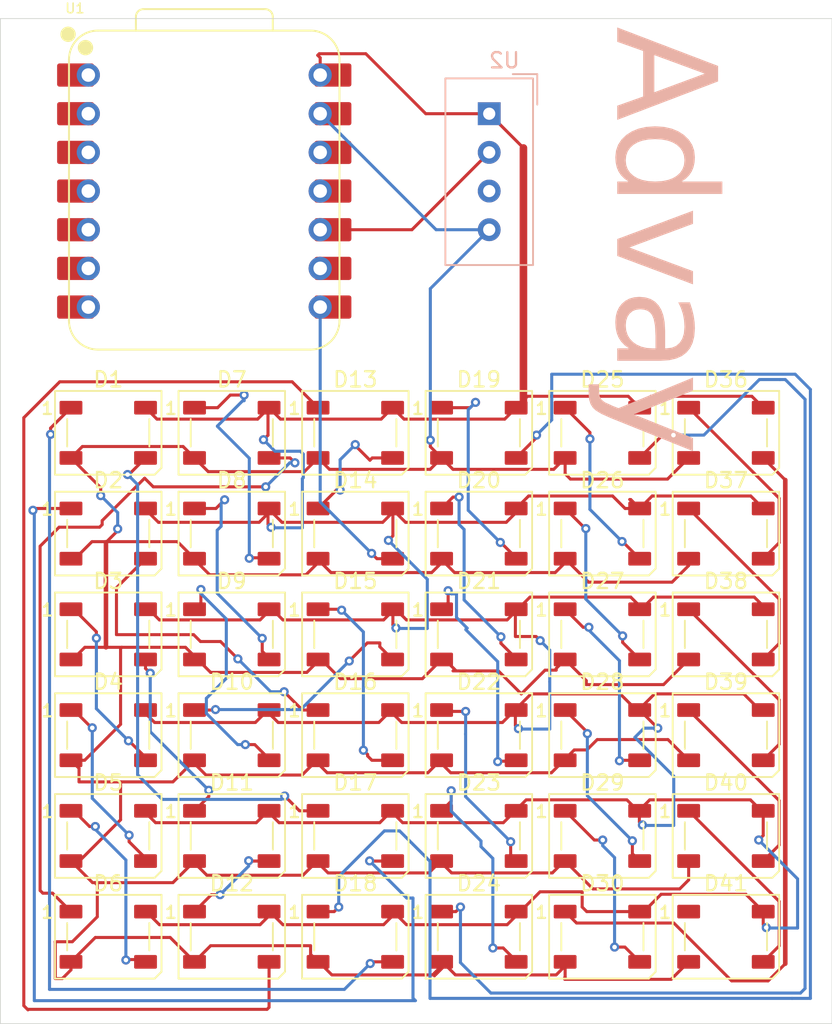
<source format=kicad_pcb>
(kicad_pcb (version 20240108) (generator "pcbnew") (generator_version "8.0")
  (layers (0 "F.Cu" signal) (31 "B.Cu" signal) (34 "B.Paste" user) (35 "F.Paste" user) (36 "B.SilkS" user "B.Silkscreen") (37 "F.SilkS" user "F.Silkscreen") (38 "B.Mask" user) (39 "F.Mask" user) (44 "Edge.Cuts" user))
  (net 0 "")
  (net 1 "Net-(D1-DOUT)")
  (net 2 "+5V")
  (net 3 "Net-(D1-DIN)")
  (net 4 "GND")
  (net 5 "Net-(D16-DOUT)")
  (net 6 "Net-(D17-DIN)")
  (net 7 "Net-(D11-DOUT)")
  (net 8 "Net-(D3-DOUT)")
  (net 9 "Net-(D4-DOUT)")
  (net 10 "Net-(D5-DOUT)")
  (net 11 "Net-(D6-DOUT)")
  (net 12 "Net-(D7-DOUT)")
  (net 13 "Net-(D8-DOUT)")
  (net 14 "Net-(D10-DIN)")
  (net 15 "Net-(D10-DOUT)")
  (net 16 "Net-(D11-DIN)")
  (net 17 "Net-(D12-DIN)")
  (net 18 "Net-(D13-DIN)")
  (net 19 "LEDPIN")
  (net 20 "Net-(D15-DOUT)")
  (net 21 "Net-(D18-DOUT)")
  (net 22 "Net-(D19-DOUT)")
  (net 23 "Net-(D20-DOUT)")
  (net 32 "Net-(U1-GPIO4{slash}MISO)")
  (net 36 "Net-(D21-DOUT)")
  (net 37 "Net-(D22-DOUT)")
  (net 38 "Net-(D23-DOUT)")
  (net 39 "Net-(D24-DOUT)")
  (net 40 "Net-(D25-DOUT)")
  (net 41 "Net-(D26-DOUT)")
  (net 42 "Net-(D27-DOUT)")
  (net 43 "Net-(D28-DOUT)")
  (net 44 "Net-(D29-DOUT)")
  (net 45 "Net-(D30-DOUT)")
  (net 46 "Net-(D36-DOUT)")
  (net 47 "Net-(D37-DOUT)")
  (net 48 "Net-(D38-DOUT)")
  (net 49 "Net-(D39-DOUT)")
  (net 50 "Net-(D40-DOUT)")
  (footprint "LED_SMD:LED_WS2812B_PLCC4_5.0x5.0mm_P3.2mm" (layer "F.Cu") (at 60.85 99.95)
    (property "Reference" "D6")
    (property "Value" "SK6812MINI")
  )
  (footprint "LED_SMD:LED_WS2812B_PLCC4_5.0x5.0mm_P3.2mm" (layer "F.Cu") (at 77.09 73.47)
    (property "Reference" "D14")
    (property "Value" "SK6812MINI")
  )
  (footprint "LED_SMD:LED_WS2812B_PLCC4_5.0x5.0mm_P3.2mm" (layer "F.Cu") (at 85.21 93.33)
    (property "Reference" "D23")
    (property "Value" "SK6812MINI")
  )
  (footprint "LED_SMD:LED_WS2812B_PLCC4_5.0x5.0mm_P3.2mm" (layer "F.Cu") (at 93.33 99.95)
    (property "Reference" "D30")
    (property "Value" "SK6812MINI")
  )
  (footprint "LED_SMD:LED_WS2812B_PLCC4_5.0x5.0mm_P3.2mm" (layer "F.Cu") (at 93.33 93.33)
    (property "Reference" "D29")
    (property "Value" "SK6812MINI")
  )
  (footprint "LED_SMD:LED_WS2812B_PLCC4_5.0x5.0mm_P3.2mm" (layer "F.Cu") (at 85.21 66.85)
    (property "Reference" "D19")
    (property "Value" "SK6812MINI")
  )
  (footprint "LED_SMD:LED_WS2812B_PLCC4_5.0x5.0mm_P3.2mm" (layer "F.Cu") (at 68.97 66.85)
    (property "Reference" "D7")
    (property "Value" "SK6812MINI")
  )
  (footprint "LED_SMD:LED_WS2812B_PLCC4_5.0x5.0mm_P3.2mm" (layer "F.Cu") (at 101.45 99.95)
    (property "Reference" "D41")
    (property "Value" "SK6812MINI")
  )
  (footprint "LED_SMD:LED_WS2812B_PLCC4_5.0x5.0mm_P3.2mm" (layer "F.Cu") (at 101.45 86.71)
    (property "Reference" "D39")
    (property "Value" "SK6812MINI")
  )
  (footprint "LED_SMD:LED_WS2812B_PLCC4_5.0x5.0mm_P3.2mm" (layer "F.Cu") (at 68.97 80.09)
    (property "Reference" "D9")
    (property "Value" "SK6812MINI")
  )
  (footprint "LED_SMD:LED_WS2812B_PLCC4_5.0x5.0mm_P3.2mm" (layer "F.Cu") (at 77.09 66.85)
    (property "Reference" "D13")
    (property "Value" "SK6812MINI")
  )
  (footprint "LED_SMD:LED_WS2812B_PLCC4_5.0x5.0mm_P3.2mm" (layer "F.Cu") (at 77.09 86.71)
    (property "Reference" "D16")
    (property "Value" "SK6812MINI")
  )
  (footprint "LED_SMD:LED_WS2812B_PLCC4_5.0x5.0mm_P3.2mm" (layer "F.Cu") (at 60.85 93.33)
    (property "Reference" "D5")
    (property "Value" "SK6812MINI")
  )
  (footprint "LED_SMD:LED_WS2812B_PLCC4_5.0x5.0mm_P3.2mm" (layer "F.Cu") (at 77.09 99.95)
    (property "Reference" "D18")
    (property "Value" "SK6812MINI")
  )
  (footprint "LED_SMD:LED_WS2812B_PLCC4_5.0x5.0mm_P3.2mm" (layer "F.Cu") (at 93.33 80.09)
    (property "Reference" "D27")
    (property "Value" "SK6812MINI")
  )
  (footprint "LED_SMD:LED_WS2812B_PLCC4_5.0x5.0mm_P3.2mm" (layer "F.Cu") (at 101.45 80.09)
    (property "Reference" "D38")
    (property "Value" "SK6812MINI")
  )
  (footprint "LED_SMD:LED_WS2812B_PLCC4_5.0x5.0mm_P3.2mm" (layer "F.Cu") (at 85.21 80.09)
    (property "Reference" "D21")
    (property "Value" "SK6812MINI")
  )
  (footprint "LED_SMD:LED_WS2812B_PLCC4_5.0x5.0mm_P3.2mm" (layer "F.Cu") (at 101.45 66.85)
    (property "Reference" "D36")
    (property "Value" "SK6812MINI")
  )
  (footprint "Seeed Studio XIAO Series Library:XIAO-RP2040-DIP" (layer "F.Cu") (at 67.16 50.97)
    (property "Reference" "U1")
    (property "Value" "XIAO-RP2040-DIP")
  )
  (footprint "LED_SMD:LED_WS2812B_PLCC4_5.0x5.0mm_P3.2mm" (layer "F.Cu") (at 68.97 93.33)
    (property "Reference" "D11")
    (property "Value" "SK6812MINI")
  )
  (footprint "LED_SMD:LED_WS2812B_PLCC4_5.0x5.0mm_P3.2mm" (layer "F.Cu") (at 60.85 80.09)
    (property "Reference" "D3")
    (property "Value" "SK6812MINI")
  )
  (footprint "LED_SMD:LED_WS2812B_PLCC4_5.0x5.0mm_P3.2mm" (layer "F.Cu") (at 85.21 86.71)
    (property "Reference" "D22")
    (property "Value" "SK6812MINI")
  )
  (footprint "LED_SMD:LED_WS2812B_PLCC4_5.0x5.0mm_P3.2mm" (layer "F.Cu") (at 85.21 73.47)
    (property "Reference" "D20")
    (property "Value" "SK6812MINI")
  )
  (footprint "LED_SMD:LED_WS2812B_PLCC4_5.0x5.0mm_P3.2mm" (layer "F.Cu") (at 93.33 66.85)
    (property "Reference" "D25")
    (property "Value" "SK6812MINI")
  )
  (footprint "LED_SMD:LED_WS2812B_PLCC4_5.0x5.0mm_P3.2mm" (layer "F.Cu") (at 93.33 86.71)
    (property "Reference" "D28")
    (property "Value" "SK6812MINI")
  )
  (footprint "LED_SMD:LED_WS2812B_PLCC4_5.0x5.0mm_P3.2mm" (layer "F.Cu") (at 68.97 73.47)
    (property "Reference" "D8")
    (property "Value" "SK6812MINI")
  )
  (footprint "LED_SMD:LED_WS2812B_PLCC4_5.0x5.0mm_P3.2mm" (layer "F.Cu") (at 77.09 93.33)
    (property "Reference" "D17")
    (property "Value" "SK6812MINI")
  )
  (footprint "LED_SMD:LED_WS2812B_PLCC4_5.0x5.0mm_P3.2mm" (layer "F.Cu") (at 60.85 73.47)
    (property "Reference" "D2")
    (property "Value" "SK6812MINI")
  )
  (footprint "LED_SMD:LED_WS2812B_PLCC4_5.0x5.0mm_P3.2mm" (layer "F.Cu") (at 101.45 73.47)
    (property "Reference" "D37")
    (property "Value" "SK6812MINI")
  )
  (footprint "LED_SMD:LED_WS2812B_PLCC4_5.0x5.0mm_P3.2mm" (layer "F.Cu") (at 60.85 86.71)
    (property "Reference" "D4")
    (property "Value" "SK6812MINI")
  )
  (footprint "LED_SMD:LED_WS2812B_PLCC4_5.0x5.0mm_P3.2mm" (layer "F.Cu") (at 60.85 66.85)
    (property "Reference" "D1")
    (property "Value" "SK6812MINI")
  )
  (footprint "LED_SMD:LED_WS2812B_PLCC4_5.0x5.0mm_P3.2mm" (layer "F.Cu") (at 77.09 80.09)
    (property "Reference" "D15")
    (property "Value" "SK6812MINI")
  )
  (footprint "LED_SMD:LED_WS2812B_PLCC4_5.0x5.0mm_P3.2mm" (layer "F.Cu") (at 85.21 99.95)
    (property "Reference" "D24")
    (property "Value" "SK6812MINI")
  )
  (footprint "LED_SMD:LED_WS2812B_PLCC4_5.0x5.0mm_P3.2mm" (layer "F.Cu") (at 68.97 99.95)
    (property "Reference" "D12")
    (property "Value" "SK6812MINI")
  )
  (footprint "LED_SMD:LED_WS2812B_PLCC4_5.0x5.0mm_P3.2mm" (layer "F.Cu") (at 93.33 73.47)
    (property "Reference" "D26")
    (property "Value" "SK6812MINI")
  )
  (footprint "LED_SMD:LED_WS2812B_PLCC4_5.0x5.0mm_P3.2mm" (layer "F.Cu") (at 68.97 86.71)
    (property "Reference" "D10")
    (property "Value" "SK6812MINI")
  )
  (footprint "LED_SMD:LED_WS2812B_PLCC4_5.0x5.0mm_P3.2mm" (layer "F.Cu") (at 101.45 93.33)
    (property "Reference" "D40")
    (property "Value" "SK6812MINI")
  )
  (footprint "Sensor:Aosong_DHT11_5.5x12.0_P2.54mm" (layer "B.Cu") (at 85.89 45.89 180)
    (property "Reference" "U2")
    (property "Value" "DHT11")
  )
  (gr_rect (start 53.76 39.64) (end 108.42 105.66) (stroke (width 0.05)) (fill none) (layer "Edge.Cuts"))
  (gr_text "Advay" (at 93.2 40.15 270) (layer "B.SilkS") (effects (font (size 6.5 6.5)) (justify left bottom)))
  (segment (start 57.06 66.95) (end 57.06 66.54) (width 0.2) (layer "F.Cu") (net 1))
  (segment (start 57.06 66.54) (end 58.4 65.2) (width 0.2) (layer "F.Cu") (net 1))
  (segment (start 78.18 101.6) (end 78.07 101.71) (width 0.2) (layer "F.Cu") (net 1))
  (segment (start 79.54 101.6) (end 78.18 101.6) (width 0.2) (layer "F.Cu") (net 1))
  (via (at 57.06 66.95) (size 0.6) (drill 0.3) (layers "F.Cu" "B.Cu") (net 1))
  (via (at 78.07 101.71) (size 0.6) (drill 0.3) (layers "F.Cu" "B.Cu") (net 1))
  (segment (start 56.99 103.41) (end 56.99 67.02) (width 0.2) (layer "B.Cu") (net 1))
  (segment (start 56.99 67.02) (end 57.06 66.95) (width 0.2) (layer "B.Cu") (net 1))
  (segment (start 76.37 103.41) (end 56.99 103.41) (width 0.2) (layer "B.Cu") (net 1))
  (segment (start 78.07 101.71) (end 76.37 103.41) (width 0.2) (layer "B.Cu") (net 1))
  (segment (start 78.95 79.14) (end 72.33 79.14) (width 0.2) (layer "F.Cu") (net 2))
  (segment (start 92.3 98.3) (end 95.78 98.3) (width 0.2) (layer "F.Cu") (net 2))
  (segment (start 71.27 85.13) (end 72.02 85.88) (width 0.2) (layer "F.Cu") (net 2))
  (segment (start 88.14 64.72) (end 88.14 48.14) (width 0.5) (layer "F.Cu") (net 2))
  (segment (start 96.6 71) (end 103.08 71) (width 0.2) (layer "F.Cu") (net 2))
  (segment (start 103.06 90.96) (end 96.44 90.96) (width 0.2) (layer "F.Cu") (net 2))
  (segment (start 63.15 85.13) (end 63.9 85.88) (width 0.2) (layer "F.Cu") (net 2))
  (segment (start 87.57 91.71) (end 86.82 92.46) (width 0.2) (layer "F.Cu") (net 2))
  (segment (start 87.61 80.23) (end 88.97 80.23) (width 0.2) (layer "F.Cu") (net 2))
  (segment (start 64.05 65.95) (end 63.3 65.2) (width 0.2) (layer "F.Cu") (net 2))
  (segment (start 103.9 91.68) (end 103.9 93.3) (width 0.2) (layer "F.Cu") (net 2))
  (segment (start 71.35 72.86) (end 71.55 73.06) (width 0.2) (layer "F.Cu") (net 2))
  (segment (start 79.56 73.62) (end 79.265 73.915) (width 0.2) (layer "F.Cu") (net 2))
  (segment (start 87.61 86.08) (end 87.81 86.28) (width 0.2) (layer "F.Cu") (net 2))
  (segment (start 72.33 79.14) (end 71.58 78.39) (width 0.2) (layer "F.Cu") (net 2))
  (segment (start 70.83 99.16) (end 71.58 98.41) (width 0.2) (layer "F.Cu") (net 2))
  (segment (start 95.03 64.45) (end 88.41 64.45) (width 0.2) (layer "F.Cu") (net 2))
  (segment (start 79.7 98.41) (end 80.45 99.16) (width 0.2) (layer "F.Cu") (net 2))
  (segment (start 103.81 91.71) (end 103.06 90.96) (width 0.2) (layer "F.Cu") (net 2))
  (segment (start 94.94 90.96) (end 88.32 90.96) (width 0.2) (layer "F.Cu") (net 2))
  (segment (start 71.52 71.98) (end 70.77 72.73) (width 0.2) (layer "F.Cu") (net 2))
  (segment (start 71.58 98.41) (end 72.33 99.16) (width 0.2) (layer "F.Cu") (net 2))
  (segment (start 95.78 65.2) (end 95.03 64.45) (width 0.2) (layer "F.Cu") (net 2))
  (segment (start 94.5 84) (end 95.63 85.13) (width 0.2) (layer "F.Cu") (net 2))
  (segment (start 95.88 71.98) (end 95.13 71.23) (width 0.2) (layer "F.Cu") (net 2))
  (segment (start 88.14 48.14) (end 85.89 45.89) (width 0.2) (layer "F.Cu") (net 2))
  (segment (start 95.76 91.56) (end 95.76 92.41) (width 0.2) (layer "F.Cu") (net 2))
  (segment (start 103.9 65.2) (end 103.15 64.45) (width 0.2) (layer "F.Cu") (net 2))
  (segment (start 79.54 65.2) (end 78.79 65.95) (width 0.2) (layer "F.Cu") (net 2))
  (segment (start 79.64 71.98) (end 78.89 72.73) (width 0.2) (layer "F.Cu") (net 2))
  (segment (start 102.62 84) (end 103.75 85.13) (width 0.2) (layer "F.Cu") (net 2))
  (segment (start 88.64 84) (end 94.5 84) (width 0.2) (layer "F.Cu") (net 2))
  (segment (start 72.33 99.16) (end 78.95 99.16) (width 0.2) (layer "F.Cu") (net 2))
  (segment (start 74.72 41.95) (end 74.62 42.05) (width 0.2) (layer "F.Cu") (net 2))
  (segment (start 103.9 99.15) (end 104.1 99.35) (width 0.2) (layer "F.Cu") (net 2))
  (segment (start 64.21 79.14) (end 63.46 78.39) (width 0.2) (layer "F.Cu") (net 2))
  (segment (start 80.45 79.14) (end 79.7 78.39) (width 0.2) (layer "F.Cu") (net 2))
  (segment (start 102.76 97.16) (end 103.9 98.3) (width 0.2) (layer "F.Cu") (net 2))
  (segment (start 78.95 99.16) (end 79.7 98.41) (width 0.2) (layer "F.Cu") (net 2))
  (segment (start 80.39 72.73) (end 79.64 71.98) (width 0.2) (layer "F.Cu") (net 2))
  (segment (start 80.29 65.95) (end 79.54 65.2) (width 0.2) (layer "F.Cu") (net 2))
  (segment (start 70.58 92.46) (end 63.96 92.46) (width 0.2) (layer "F.Cu") (net 2))
  (segment (start 88.14 64.72) (end 87.66 65.2) (width 0.2) (layer "F.Cu") (net 2))
  (segment (start 95.78 71.82) (end 94.82 71.82) (width 0.2) (layer "F.Cu") (net 2))
  (segment (start 95.69 91.71) (end 94.94 90.96) (width 0.2) (layer "F.Cu") (net 2))
  (segment (start 79.7 78.39) (end 78.95 79.14) (width 0.2) (layer "F.Cu") (net 2))
  (segment (start 80.2 92.46) (end 79.45 91.71) (width 0.2) (layer "F.Cu") (net 2))
  (segment (start 94.82 71.82) (end 94 71) (width 0.2) (layer "F.Cu") (net 2))
  (segment (start 71.42 65.2) (end 70.67 65.95) (width 0.2) (layer "F.Cu") (net 2))
  (segment (start 96.53 64.45) (end 95.78 65.2) (width 0.2) (layer "F.Cu") (net 2))
  (segment (start 70.77 72.73) (end 64.15 72.73) (width 0.2) (layer "F.Cu") (net 2))
  (segment (start 97.19 97.16) (end 102.76 97.16) (width 0.2) (layer "F.Cu") (net 2))
  (segment (start 71.35 65.39) (end 71.35 67.01) (width 0.2) (layer "F.Cu") (net 2))
  (segment (start 71.35 67.01) (end 71.055 67.305) (width 0.2) (layer "F.Cu") (net 2))
  (segment (start 95.76 92.41) (end 95.96 92.61) (width 0.2) (layer "F.Cu") (net 2))
  (segment (start 103.9 93.3) (end 103.605 93.595) (width 0.2) (layer "F.Cu") (net 2))
  (segment (start 78.7 92.46) (end 72.08 92.46) (width 0.2) (layer "F.Cu") (net 2))
  (segment (start 103.15 64.45) (end 96.53 64.45) (width 0.2) (layer "F.Cu") (net 2))
  (segment (start 70.67 65.95) (end 64.05 65.95) (width 0.2) (layer "F.Cu") (net 2))
  (segment (start 87.61 78.61) (end 87.61 80.23) (width 0.2) (layer "F.Cu") (net 2))
  (segment (start 88.32 90.96) (end 87.57 91.71) (width 0.2) (layer "F.Cu") (net 2))
  (segment (start 92 98) (end 92.3 98.3) (width 0.2) (layer "F.Cu") (net 2))
  (segment (start 104.06 78.39) (end 103.31 77.64) (width 0.2) (layer "F.Cu") (net 2))
  (segment (start 77.78 41.95) (end 74.72 41.95) (width 0.2) (layer "F.Cu") (net 2))
  (segment (start 87.76 71.98) (end 87.01 72.73) (width 0.2) (layer "F.Cu") (net 2))
  (segment (start 95.94 78.39) (end 95.19 77.64) (width 0.2) (layer "F.Cu") (net 2))
  (segment (start 63.9 85.88) (end 70.52 85.88) (width 0.2) (layer "F.Cu") (net 2))
  (segment (start 80.14 85.88) (end 86.76 85.88) (width 0.2) (layer "F.Cu") (net 2))
  (segment (start 70.83 79.14) (end 64.21 79.14) (width 0.2) (layer "F.Cu") (net 2))
  (segment (start 86.76 85.88) (end 88.64 84) (width 0.2) (layer "F.Cu") (net 2))
  (segment (start 70.52 85.88) (end 71.27 85.13) (width 0.2) (layer "F.Cu") (net 2))
  (segment (start 95.19 77.64) (end 88.57 77.64) (width 0.2) (layer "F.Cu") (net 2))
  (segment (start 95.78 71.82) (end 96.6 71) (width 0.2) (layer "F.Cu") (net 2))
  (segment (start 79.56 72) (end 79.56 73.62) (width 0.2) (layer "F.Cu") (net 2))
  (segment (start 87.07 99.16) (end 89.23 97) (width 0.2) (layer "F.Cu") (net 2))
  (segment (start 87.07 79.14) (end 80.45 79.14) (width 0.2) (layer "F.Cu") (net 2))
  (segment (start 96.76 84) (end 102.62 84) (width 0.2) (layer "F.Cu") (net 2))
  (segment (start 87.82 78.39) (end 87.07 79.14) (width 0.2) (layer "F.Cu") (net 2))
  (segment (start 95.19 71.23) (end 95.13 71.23) (width 0.2) (layer "F.Cu") (net 2))
  (segment (start 79.39 85.13) (end 80.14 85.88) (width 0.2) (layer "F.Cu") (net 2))
  (segment (start 87.01 72.73) (end 80.39 72.73) (width 0.2) (layer "F.Cu") (net 2))
  (segment (start 72.08 92.46) (end 71.33 91.71) (width 0.2) (layer "F.Cu") (net 2))
  (segment (start 88.41 64.45) (end 88.14 64.72) (width 0.2) (layer "F.Cu") (net 2))
  (segment (start 63.96 92.46) (end 63.21 91.71) (width 0.2) (layer "F.Cu") (net 2))
  (segment (start 87.61 85.23) (end 87.61 86.08) (width 0.2) (layer "F.Cu") (net 2))
  (segment (start 88.57 77.64) (end 87.82 78.39) (width 0.2) (layer "F.Cu") (net 2))
  (segment (start 78.89 72.73) (end 72.27 72.73) (width 0.2) (layer "F.Cu") (net 2))
  (segment (start 78.64 85.88) (end 79.39 85.13) (width 0.2) (layer "F.Cu") (net 2))
  (segment (start 71.58 78.39) (end 70.83 79.14) (width 0.2) (layer "F.Cu") (net 2))
  (segment (start 103.31 77.64) (end 96.69 77.64) (width 0.2) (layer "F.Cu") (net 2))
  (segment (start 94 71) (end 88.48 71) (width 0.2) (layer "F.Cu") (net 2))
  (segment (start 81.72 45.89) (end 77.78 41.95) (width 0.2) (layer "F.Cu") (net 2))
  (segment (start 95.78 71.82) (end 95.19 71.23) (width 0.2) (layer "F.Cu") (net 2))
  (segment (start 86.91 65.95) (end 80.29 65.95) (width 0.2) (layer "F.Cu") (net 2))
  (segment (start 80.45 99.16) (end 87.07 99.16) (width 0.2) (layer "F.Cu") (net 2))
  (segment (start 74.62 42.05) (end 74.78 42.21) (width 0.2) (layer "F.Cu") (net 2))
  (segment (start 72.17 65.95) (end 71.42 65.2) (width 0.2) (layer "F.Cu") (net 2))
  (segment (start 71.35 72.01) (end 71.35 72.86) (width 0.2) (layer "F.Cu") (net 2))
  (segment (start 92 97) (end 92 98) (width 0.2) (layer "F.Cu") (net 2))
  (segment (start 95.63 85.13) (end 96.76 84) (width 0.2) (layer "F.Cu") (net 2))
  (segment (start 79.45 91.71) (end 78.7 92.46) (width 0.2) (layer "F.Cu") (net 2))
  (segment (start 96.44 90.96) (end 95.69 91.71) (width 0.2) (layer "F.Cu") (net 2))
  (segment (start 74.78 42.21) (end 74.78 43.35) (width 0.2) (layer "F.Cu") (net 2))
  (segment (start 103.08 71) (end 103.9 71.82) (width 0.2) (layer "F.Cu") (net 2))
  (segment (start 88.97 80.23) (end 89.24 80.5) (width 0.2) (layer "F.Cu") (net 2))
  (segment (start 63.46 98.41) (end 64.21 99.16) (width 0.2) (layer "F.Cu") (net 2))
  (segment (start 72.02 85.88) (end 78.64 85.88) (width 0.2) (layer "F.Cu") (net 2))
  (segment (start 72.27 72.73) (end 71.52 71.98) (width 0.2) (layer "F.Cu") (net 2))
  (segment (start 95.94 98.41) (end 97.19 97.16) (width 0.2) (layer "F.Cu") (net 2))
  (segment (start 86.82 92.46) (end 80.2 92.46) (width 0.2) (layer "F.Cu") (net 2))
  (segment (start 87.66 65.2) (end 86.91 65.95) (width 0.2) (layer "F.Cu") (net 2))
  (segment (start 96.69 77.64) (end 95.94 78.39) (width 0.2) (layer "F.Cu") (net 2))
  (segment (start 103.9 98.3) (end 103.9 99.15) (width 0.2) (layer "F.Cu") (net 2))
  (segment (start 71.33 91.71) (end 70.58 92.46) (width 0.2) (layer "F.Cu") (net 2))
  (segment (start 85.89 45.89) (end 81.72 45.89) (width 0.2) (layer "F.Cu") (net 2))
  (segment (start 79.56 79.47) (end 79.76 79.67) (width 0.2) (layer "F.Cu") (net 2))
  (segment (start 64.15 72.73) (end 63.4 71.98) (width 0.2) (layer "F.Cu") (net 2))
  (segment (start 78.79 65.95) (end 72.17 65.95) (width 0.2) (layer "F.Cu") (net 2))
  (segment (start 79.56 78.62) (end 79.56 79.47) (width 0.2) (layer "F.Cu") (net 2))
  (segment (start 64.21 99.16) (end 70.83 99.16) (width 0.2) (layer "F.Cu") (net 2))
  (segment (start 95.78 85.06) (end 96.97 86.25) (width 0.2) (layer "F.Cu") (net 2))
  (segment (start 89.23 97) (end 92 97) (width 0.2) (layer "F.Cu") (net 2))
  (segment (start 88.48 71) (end 87.66 71.82) (width 0.2) (layer "F.Cu") (net 2))
  (via (at 87.81 86.28) (size 0.6) (drill 0.3) (layers "F.Cu" "B.Cu") (net 2))
  (via (at 71.055 67.305) (size 0.6) (drill 0.3) (layers "F.Cu" "B.Cu") (net 2))
  (via (at 95.96 92.61) (size 0.6) (drill 0.3) (layers "F.Cu" "B.Cu") (net 2))
  (via (at 79.76 79.67) (size 0.6) (drill 0.3) (layers "F.Cu" "B.Cu") (net 2))
  (via (at 103.605 93.595) (size 0.6) (drill 0.3) (layers "F.Cu" "B.Cu") (net 2))
  (via (at 89.24 80.5) (size 0.6) (drill 0.3) (layers "F.Cu" "B.Cu") (net 2))
  (via (at 96.97 86.25) (size 0.6) (drill 0.3) (layers "F.Cu" "B.Cu") (net 2))
  (via (at 104.1 99.35) (size 0.6) (drill 0.3) (layers "F.Cu" "B.Cu") (net 2))
  (via (at 71.55 73.06) (size 0.6) (drill 0.3) (layers "F.Cu" "B.Cu") (net 2))
  (via (at 79.265 73.915) (size 0.6) (drill 0.3) (layers "F.Cu" "B.Cu") (net 2))
  (segment (start 98.02 92.64) (end 98.02 89.41) (width 0.2) (layer "B.Cu") (net 2))
  (segment (start 96.97 86.25) (end 97.02 86.25) (width 0.2) (layer "B.Cu") (net 2))
  (segment (start 71.81 68.06) (end 71.055 67.305) (width 0.2) (layer "B.Cu") (net 2))
  (segment (start 79.76 79.67) (end 79.79 79.7) (width 0.2) (layer "B.Cu") (net 2))
  (segment (start 89.87 83.2) (end 89.87 81.13) (width 0.2) (layer "B.Cu") (net 2))
  (segment (start 79.79 79.7) (end 81.82 79.7) (width 0.2) (layer "B.Cu") (net 2))
  (segment (start 73.48 68.06) (end 71.81 68.06) (width 0.2) (layer "B.Cu") (net 2))
  (segment (start 87.84 86.31) (end 89.87 86.31) (width 0.2) (layer "B.Cu") (net 2))
  (segment (start 96.07 86.25) (end 96.97 86.25) (width 0.2) (layer "B.Cu") (net 2))
  (segment (start 104.1 99.35) (end 104.13 99.38) (width 0.2) (layer "B.Cu") (net 2))
  (segment (start 106.16 96.15) (end 103.605 93.595) (width 0.2) (layer "B.Cu") (net 2))
  (segment (start 104.13 99.38) (end 106.16 99.38) (width 0.2) (layer "B.Cu") (net 2))
  (segment (start 95.99 92.64) (end 98.02 92.64) (width 0.2) (layer "B.Cu") (net 2))
  (segment (start 79.265 73.915) (end 79.24 73.89) (width 0.2) (layer "B.Cu") (net 2))
  (segment (start 103.605 93.595) (end 103.58 93.57) (width 0.2) (layer "B.Cu") (net 2))
  (segment (start 106.16 99.38) (end 106.16 96.15) (width 0.2) (layer "B.Cu") (net 2))
  (segment (start 95.96 92.61) (end 95.99 92.64) (width 0.2) (layer "B.Cu") (net 2))
  (segment (start 81.82 79.7) (end 81.82 76.47) (width 0.2) (layer "B.Cu") (net 2))
  (segment (start 71.55 73.06) (end 71.58 73.09) (width 0.2) (layer "B.Cu") (net 2))
  (segment (start 87.81 86.28) (end 87.84 86.31) (width 0.2) (layer "B.Cu") (net 2))
  (segment (start 73.67 69.8) (end 73.67 68.25) (width 0.2) (layer "B.Cu") (net 2))
  (segment (start 73.61 73.09) (end 73.61 69.86) (width 0.2) (layer "B.Cu") (net 2))
  (segment (start 95.465 86.855) (end 96.07 86.25) (width 0.2) (layer "B.Cu") (net 2))
  (segment (start 89.87 86.31) (end 89.87 83.2) (width 0.2) (layer "B.Cu") (net 2))
  (segment (start 98.02 89.41) (end 95.465 86.855) (width 0.2) (layer "B.Cu") (net 2))
  (segment (start 81.82 76.47) (end 79.265 73.915) (width 0.2) (layer "B.Cu") (net 2))
  (segment (start 89.87 81.13) (end 89.24 80.5) (width 0.2) (layer "B.Cu") (net 2))
  (segment (start 73.61 69.86) (end 73.67 69.8) (width 0.2) (layer "B.Cu") (net 2))
  (segment (start 71.055 67.305) (end 71.03 67.28) (width 0.2) (layer "B.Cu") (net 2))
  (segment (start 71.58 73.09) (end 73.61 73.09) (width 0.2) (layer "B.Cu") (net 2))
  (segment (start 73.67 68.25) (end 73.48 68.06) (width 0.2) (layer "B.Cu") (net 2))
  (segment (start 62.21 69.59) (end 62.12 69.59) (width 0.2) (layer "F.Cu") (net 3))
  (segment (start 74.64 91.68) (end 73.42 91.68) (width 0.2) (layer "F.Cu") (net 3))
  (segment (start 73.42 91.68) (end 72.45 90.71) (width 0.2) (layer "F.Cu") (net 3))
  (segment (start 63.3 68.5) (end 62.21 69.59) (width 0.2) (layer "F.Cu") (net 3))
  (via (at 72.45 90.71) (size 0.6) (drill 0.3) (layers "F.Cu" "B.Cu") (net 3))
  (via (at 62.12 69.59) (size 0.6) (drill 0.3) (layers "F.Cu" "B.Cu") (net 3))
  (segment (start 64.36 90.89) (end 64.4 90.93) (width 0.2) (layer "B.Cu") (net 3))
  (segment (start 62.78 70.25) (end 62.78 89.31) (width 0.2) (layer "B.Cu") (net 3))
  (segment (start 64.4 90.93) (end 72.23 90.93) (width 0.2) (layer "B.Cu") (net 3))
  (segment (start 62.78 89.31) (end 64.36 90.89) (width 0.2) (layer "B.Cu") (net 3))
  (segment (start 62.12 69.59) (end 62.78 70.25) (width 0.2) (layer "B.Cu") (net 3))
  (segment (start 72.23 90.93) (end 72.45 90.71) (width 0.2) (layer "B.Cu") (net 3))
  (segment (start 66.52 68.5) (end 67.42 69.4) (width 0.2) (layer "F.Cu") (net 4))
  (segment (start 61.66 86) (end 61.66 81.02) (width 0.2) (layer "F.Cu") (net 4))
  (segment (start 99 96.22) (end 99 94.98) (width 0.2) (layer "F.Cu") (net 4))
  (segment (start 58.49 100.28) (end 60.13 98.64) (width 0.2) (layer "F.Cu") (net 4))
  (segment (start 86.49 82.49) (end 88 84) (width 0.2) (layer "F.Cu") (net 4))
  (segment (start 66.62 75.28) (end 67.52 76.18) (width 0.2) (layer "F.Cu") (net 4))
  (segment (start 76.11 83) (end 81.5 83) (width 0.2) (layer "F.Cu") (net 4))
  (segment (start 61.47 73.28) (end 61.47 73.16) (width 0.2) (layer "F.Cu") (net 4))
  (segment (start 59.98 96.4) (end 59.82 96.4) (width 0.2) (layer "F.Cu") (net 4))
  (segment (start 82.01 69.25) (end 82.76 68.5) (width 0.2) (layer "F.Cu") (net 4))
  (segment (start 66.43 95.01) (end 67.33 95.91) (width 0.2) (layer "F.Cu") (net 4))
  (segment (start 91.48 87.68) (end 89.98 89.18) (width 0.2) (layer "F.Cu") (net 4))
  (segment (start 73.74 69.4) (end 74.64 68.5) (width 0.2) (layer "F.Cu") (net 4))
  (segment (start 90.88 75.12) (end 92.42 76.66) (width 0.2) (layer "F.Cu") (net 4))
  (segment (start 61.66 89.79) (end 61.67 89.78) (width 0.2) (layer "F.Cu") (net 4))
  (segment (start 65.93 80.94) (end 67.58 82.59) (width 0.2) (layer "F.Cu") (net 4))
  (segment (start 88 84) (end 89.56 82.44) (width 0.2) (layer "F.Cu") (net 4))
  (segment (start 82.29 102.52) (end 83.04 101.77) (width 0.2) (layer "F.Cu") (net 4))
  (segment (start 58.4 101.6) (end 60 100) (width 0.2) (layer "F.Cu") (net 4))
  (segment (start 60.13 98.64) (end 60.13 96.55) (width 0.2) (layer "F.Cu") (net 4))
  (segment (start 82.67 95.01) (end 83.42 95.76) (width 0.2) (layer "F.Cu") (net 4))
  (segment (start 61.66 92.27) (end 61.66 89.79) (width 0.2) (layer "F.Cu") (net 4))
  (segment (start 74.15 101.11) (end 74.64 101.6) (width 0.2) (layer "F.Cu") (net 4))
  (segment (start 89.56 82.44) (end 90.29 82.44) (width 0.2) (layer "F.Cu") (net 4))
  (segment (start 99 68.5) (end 97.61 69.89) (width 0.2) (layer "F.Cu") (net 4))
  (segment (start 65.1 89.78) (end 61.67 89.78) (width 0.2) (layer "F.Cu") (net 4))
  (segment (start 58.95 94.98) (end 61.66 92.27) (width 0.2) (layer "F.Cu") (net 4))
  (segment (start 60.7 74.05) (end 61.47 73.28) (width 0.2) (layer "F.Cu") (net 4))
  (segment (start 82.17 102.46) (end 82.92 101.71) (width 0.2) (layer "F.Cu") (net 4))
  (segment (start 82.92 81.69) (end 83.67 82.44) (width 0.2) (layer "F.Cu") (net 4))
  (segment (start 98.41 96.81) (end 99 96.22) (width 0.2) (layer "F.Cu") (net 4))
  (segment (start 73.65 95.91) (end 74.55 95.01) (width 0.2) (layer "F.Cu") (net 4))
  (segment (start 82.11 76.03) (end 82.86 75.28) (width 0.2) (layer "F.Cu") (net 4))
  (segment (start 61.66 81.02) (end 61.74 80.94) (width 0.2) (layer "F.Cu") (net 4))
  (segment (start 90.86 102.75) (end 90.86 102.62) (width 0.2) (layer "F.Cu") (net 4))
  (segment (start 82.92 101.71) (end 83.67 102.46) (width 0.2) (layer "F.Cu") (net 4))
  (segment (start 90.29 82.33) (end 90.29 82.44) (width 0.2) (layer "F.Cu") (net 4))
  (segment (start 81.92 95.76) (end 82.67 95.01) (width 0.2) (layer "F.Cu") (net 4))
  (segment (start 58.93 89.78) (end 58.93 88.89) (width 0.2) (layer "F.Cu") (net 4))
  (segment (start 73.9 82.59) (end 74.8 81.69) (width 0.2) (layer "F.Cu") (net 4))
  (segment (start 57.37 102.7) (end 57.37 100.29) (width 0.2) (layer "F.Cu") (net 4))
  (segment (start 67.52 76.18) (end 73.84 76.18) (width 0.2) (layer "F.Cu") (net 4))
  (segment (start 90.04 95.76) (end 90.79 95.01) (width 0.2) (layer "F.Cu") (net 4))
  (segment (start 58.4 102.13) (end 57.83 102.7) (width 0.2) (layer "F.Cu") (net 4))
  (segment (start 92.27 83.39) (end 97.35 83.39) (width 0.2) (layer "F.Cu") (net 4))
  (segment (start 60.355 70.455) (end 60.355 70.975) (width 0.2) (layer "F.Cu") (net 4))
  (segment (start 82.86 75.28) (end 83.61 76.03) (width 0.2) (layer "F.Cu") (net 4))
  (segment (start 97.91 76.66) (end 99 75.57) (width 0.2) (layer "F.Cu") (net 4))
  (segment (start 92.71 96.81) (end 98.41 96.81) (width 0.2) (layer "F.Cu") (net 4))
  (segment (start 75.24 89.18) (end 74.49 88.43) (width 0.2) (layer "F.Cu") (net 4))
  (segment (start 90.88 102.6) (end 90.88 101.6) (width 0.2) (layer "F.Cu") (net 4))
  (segment (start 83.51 82.49) (end 86.49 82.49) (width 0.2) (layer "F.Cu") (net 4))
  (segment (start 83.67 102.46) (end 90.29 102.46) (width 0.2) (layer "F.Cu") (net 4))
  (segment (start 97.35 83.39) (end 99 81.74) (width 0.2) (layer "F.Cu") (net 4))
  (segment (start 64.92 100) (end 66.52 101.6) (width 0.2) (layer "F.Cu") (net 4))
  (segment (start 67.33 95.91) (end 73.65 95.91) (width 0.2) (layer "F.Cu") (net 4))
  (segment (start 74.74 75.28) (end 75.49 76.03) (width 0.2) (layer "F.Cu") (net 4))
  (segment (start 59.82 96.4) (end 58.4 94.98) (width 0.2) (layer "F.Cu") (net 4))
  (segment (start 89.98 89.18) (end 83.36 89.18) (width 0.2) (layer "F.Cu") (net 4))
  (segment (start 81.5 83) (end 82.76 81.74) (width 0.2) (layer "F.Cu") (net 4))
  (segment (start 61.74 80.94) (end 65.93 80.94) (width 0.2) (layer "F.Cu") (net 4))
  (segment (start 75.49 76.03) (end 82.11 76.03) (width 0.2) (layer "F.Cu") (net 4))
  (segment (start 67.58 100.54) (end 74.15 100.54) (width 0.2) (layer "F.Cu") (net 4))
  (segment (start 92.989999 87) (end 92.309999 87.68) (width 0.2) (layer "F.Cu") (net 4))
  (segment (start 97.61 69.89) (end 91.23 69.89) (width 0.2) (layer "F.Cu") (net 4))
  (segment (start 75.55 102.46) (end 82.17 102.46) (width 0.2) (layer "F.Cu") (net 4))
  (segment (start 60.65 74) (end 65.4 74) (width 0.2) (layer "F.Cu") (net 4))
  (segment (start 82.76 68.5) (end 83.51 69.25) (width 0.2) (layer "F.Cu") (net 4))
  (segment (start 83.36 89.18) (end 82.61 88.43) (width 0.2) (layer "F.Cu") (net 4))
  (segment (start 60.7 74.05) (end 60.65 74) (width 0.2) (layer "F.Cu") (net 4))
  (segment (start 74.55 95.01) (end 75.3 95.76) (width 0.2) (layer "F.Cu") (net 4))
  (segment (start 82.02 67.76) (end 82.02 67.33) (width 0.2) (layer "F.Cu") (net 4))
  (segment (start 91.23 69.89) (end 90.88 69.54) (width 0.2) (layer "F.Cu") (net 4))
  (segment (start 90.86 102.62) (end 90.88 102.6) (width 0.2) (layer "F.Cu") (net 4))
  (segment (start 92.309999 87.68) (end 91.48 87.68) (width 0.2) (layer "F.Cu") (net 4))
  (segment (start 58.4 68.5) (end 59.15 67.75) (width 0.2) (layer "F.Cu") (net 4))
  (segment (start 65.77 67.75) (end 66.52 68.5) (width 0.2) (layer "F.Cu") (net 4))
  (segment (start 58.56 81.69) (end 59.31 80.94) (width 0.2) (layer "F.Cu") (net 4))
  (segment (start 74.8 81.69) (end 76.11 83) (width 0.2) (layer "F.Cu") (net 4))
  (segment (start 90.88 69.54) (end 90.88 68.5) (width 0.2) (layer "F.Cu") (net 4))
  (segment (start 74.64 68.5) (end 75.39 69.25) (width 0.2) (layer "F.Cu") (net 4))
  (segment (start 67.42 69.4) (end 73.74 69.4) (width 0.2) (layer "F.Cu") (net 4))
  (segment (start 59.3 88.36) (end 61.66 86) (width 0.2) (layer "F.Cu") (net 4))
  (segment (start 58.93 88.89) (end 58.4 88.36) (width 0.2) (layer "F.Cu") (net 4))
  (segment (start 92.42 76.66) (end 97.91 76.66) (width 0.2) (layer "F.Cu") (net 4))
  (segment (start 74.15 100.54) (end 74.15 101.11) (width 0.2) (layer "F.Cu") (net 4))
  (segment (start 90.29 102.46) (end 91.04 101.71) (width 0.2) (layer "F.Cu") (net 4))
  (segment (start 60.7 80.94) (end 60.7 74.05) (width 0.3) (layer "F.Cu") (net 4))
  (segment (start 99 88.36) (end 97.64 87) (width 0.2) (layer "F.Cu") (net 4))
  (segment (start 90.88 81.74) (end 92.27 83.13) (width 0.2) (layer "F.Cu") (net 4))
  (segment (start 75.3 95.76) (end 81.92 95.76) (width 0.2) (layer "F.Cu") (net 4))
  (segment (start 97.64 87) (end 92.989999 87) (width 0.2) (layer "F.Cu") (net 4))
  (segment (start 66.52 94.98) (end 65.1 96.4) (width 0.2) (layer "F.Cu") (net 4))
  (segment (start 65.4 74) (end 66.52 75.12) (width 0.2) (layer "F.Cu") (net 4))
  (segment (start 90.88 81.74) (end 90.29 82.33) (width 0.2) (layer "F.Cu") (net 4))
  (segment (start 92.27 83.13) (end 92.27 83.39) (width 0.2) (layer "F.Cu") (net 4))
  (segment (start 97.85 102.75) (end 90.86 102.75) (width 0.2) (layer "F.Cu") (net 4))
  (segment (start 58.4 88.36) (end 59.3 88.36) (width 0.2) (layer "F.Cu") (net 4))
  (segment (start 83.42 95.76) (end 90.04 95.76) (width 0.2) (layer "F.Cu") (net 4))
  (segment (start 73.84 76.18) (end 74.74 75.28) (width 0.2) (layer "F.Cu") (net 4))
  (segment (start 60 100) (end 64.92 100) (width 0.2) (layer "F.Cu") (net 4))
  (segment (start 59.78 74) (end 60.65 74) (width 0.2) (layer "F.Cu") (net 4))
  (segment (start 99 101.6) (end 97.85 102.75) (width 0.2) (layer "F.Cu") (net 4))
  (segment (start 90.23 76.03) (end 90.98 75.28) (width 0.2) (layer "F.Cu") (net 4))
  (segment (start 81.86 89.18) (end 75.24 89.18) (width 0.2) (layer "F.Cu") (net 4))
  (segment (start 90.13 69.25) (end 90.88 68.5) (width 0.2) (layer "F.Cu") (net 4))
  (segment (start 83.61 76.03) (end 90.23 76.03) (width 0.2) (layer "F.Cu") (net 4))
  (segment (start 67.27 89.33) (end 66.37 88.43) (width 0.2) (layer "F.Cu") (net 4))
  (segment (start 59.31 80.94) (end 60.7 80.94) (width 0.2) (layer "F.Cu") (net 4))
  (segment (start 65.1 96.4) (end 59.98 96.4) (width 0.2) (layer "F.Cu") (net 4))
  (segment (start 67.58 82.59) (end 73.9 82.59) (width 0.2) (layer "F.Cu") (net 4))
  (segment (start 57.36 100.28) (end 58.49 100.28) (width 0.2) (layer "F.Cu") (net 4))
  (segment (start 82.61 88.43) (end 81.86 89.18) (width 0.2) (layer "F.Cu") (net 4))
  (segment (start 73.59 89.33) (end 67.27 89.33) (width 0.2) (layer "F.Cu") (net 4))
  (segment (start 58.4 94.98) (end 58.95 94.98) (width 0.2) (layer "F.Cu") (net 4))
  (segment (start 74.49 88.43) (end 73.59 89.33) (width 0.2) (layer "F.Cu") (net 4))
  (segment (start 60.13 96.55) (end 59.98 96.4) (width 0.2) (layer "F.Cu") (net 4))
  (segment (start 57.83 102.7) (end 57.37 102.7) (width 0.2) (layer "F.Cu") (net 4))
  (segment (start 57.37 100.29) (end 57.36 100.28) (width 0.2) (layer "F.Cu") (net 4))
  (segment (start 83.51 69.25) (end 90.13 69.25) (width 0.2) (layer "F.Cu") (net 4))
  (segment (start 60.7 80.94) (end 61.74 80.94) (width 0.2) (layer "F.Cu") (net 4))
  (segment (start 58.5 75.28) (end 59.78 74) (width 0.2) (layer "F.Cu") (net 4))
  (segment (start 58.4 68.5) (end 60.355 70.455) (width 0.2) (layer "F.Cu") (net 4))
  (segment (start 66.52 101.6) (end 67.58 100.54) (width 0.2) (layer "F.Cu") (net 4))
  (segment (start 90.88 94.98) (end 92.71 96.81) (width 0.2) (layer "F.Cu") (net 4))
  (segment (start 74.8 101.71) (end 75.55 102.46) (width 0.2) (layer "F.Cu") (net 4))
  (segment (start 99 75.57) (end 99 75.12) (width 0.2) (layer "F.Cu") (net 4))
  (segment (start 61.67 89.78) (end 58.93 89.78) (width 0.2) (layer "F.Cu") (net 4))
  (segment (start 82.76 68.5) (end 82.02 67.76) (width 0.2) (layer "F.Cu") (net 4))
  (segment (start 59.15 67.75) (end 65.77 67.75) (width 0.2) (layer "F.Cu") (net 4))
  (segment (start 75.39 69.25) (end 82.01 69.25) (width 0.2) (layer "F.Cu") (net 4))
  (segment (start 66.52 88.36) (end 65.1 89.78) (width 0.2) (layer "F.Cu") (net 4))
  (segment (start 58.4 101.6) (end 58.4 102.13) (width 0.2) (layer "F.Cu") (net 4))
  (via (at 60.355 70.975) (size 0.6) (drill 0.3) (layers "F.Cu" "B.Cu") (net 4))
  (via (at 82.02 67.33) (size 0.6) (drill 0.3) (layers "F.Cu" "B.Cu") (net 4))
  (via (at 61.47 73.16) (size 0.6) (drill 0.3) (layers "F.Cu" "B.Cu") (net 4))
  (segment (start 60.355 70.975) (end 60.32 70.94) (width 0.2) (layer "B.Cu") (net 4))
  (segment (start 82.02 57.38) (end 85.89 53.51) (width 0.2) (layer "B.Cu") (net 4))
  (segment (start 61.47 72.09) (end 60.355 70.975) (width 0.2) (layer "B.Cu") (net 4))
  (segment (start 85.89 53.51) (end 82.4 53.51) (width 0.2) (layer "B.Cu") (net 4))
  (segment (start 82.4 53.51) (end 74.78 45.89) (width 0.2) (layer "B.Cu") (net 4))
  (segment (start 82.02 67.33) (end 82.02 57.38) (width 0.2) (layer "B.Cu") (net 4))
  (segment (start 61.47 73.16) (end 61.47 72.09) (width 0.2) (layer "B.Cu") (net 4))
  (segment (start 63.3 75.12) (end 61.39 77.03) (width 0.2) (layer "F.Cu") (net 5))
  (segment (start 68.23 80.56) (end 69.37 81.7) (width 0.2) (layer "F.Cu") (net 5))
  (segment (start 61.39 80.11) (end 66.464036 80.11) (width 0.2) (layer "F.Cu") (net 5))
  (segment (start 61.39 77.03) (end 61.39 80.11) (width 0.2) (layer "F.Cu") (net 5))
  (segment (start 66.914036 80.56) (end 68.23 80.56) (width 0.2) (layer "F.Cu") (net 5))
  (segment (start 66.464036 80.11) (end 66.914036 80.56) (width 0.2) (layer "F.Cu") (net 5))
  (segment (start 72.41 83.86) (end 73.61 85.06) (width 0.2) (layer "F.Cu") (net 5))
  (segment (start 73.61 85.06) (end 74.64 85.06) (width 0.2) (layer "F.Cu") (net 5))
  (via (at 69.37 81.7) (size 0.6) (drill 0.3) (layers "F.Cu" "B.Cu") (net 5))
  (via (at 72.41 83.86) (size 0.6) (drill 0.3) (layers "F.Cu" "B.Cu") (net 5))
  (segment (start 69.37 81.7) (end 71.53 83.86) (width 0.2) (layer "B.Cu") (net 5))
  (segment (start 71.53 83.86) (end 72.41 83.86) (width 0.2) (layer "B.Cu") (net 5))
  (segment (start 79.54 94.98) (end 78.04 94.98) (width 0.2) (layer "F.Cu") (net 6))
  (segment (start 78.04 94.98) (end 78.03 94.97) (width 0.2) (layer "F.Cu") (net 6))
  (segment (start 56.02 71.82) (end 58.4 71.82) (width 0.2) (layer "F.Cu") (net 6))
  (segment (start 55.9 71.94) (end 56.02 71.82) (width 0.2) (layer "F.Cu") (net 6))
  (via (at 55.9 71.94) (size 0.6) (drill 0.3) (layers "F.Cu" "B.Cu") (net 6))
  (via (at 78.03 94.97) (size 0.6) (drill 0.3) (layers "F.Cu" "B.Cu") (net 6))
  (segment (start 81.04 104.15) (end 55.99 104.15) (width 0.2) (layer "B.Cu") (net 6))
  (segment (start 80.88 97.41) (end 80.88 103.99) (width 0.2) (layer "B.Cu") (net 6))
  (segment (start 55.99 104.15) (end 55.99 72.03) (width 0.2) (layer "B.Cu") (net 6))
  (segment (start 55.99 72.03) (end 55.9 71.94) (width 0.2) (layer "B.Cu") (net 6))
  (segment (start 78.03 94.97) (end 80.47 97.41) (width 0.2) (layer "B.Cu") (net 6))
  (segment (start 80.47 97.41) (end 80.88 97.41) (width 0.2) (layer "B.Cu") (net 6))
  (segment (start 80.88 103.99) (end 81.04 104.15) (width 0.2) (layer "B.Cu") (net 6))
  (segment (start 67.46 90.33) (end 67.46 90.74) (width 0.2) (layer "F.Cu") (net 7))
  (segment (start 63.3 82.33) (end 63.61 82.64) (width 0.2) (layer "F.Cu") (net 7))
  (segment (start 67.46 90.74) (end 66.52 91.68) (width 0.2) (layer "F.Cu") (net 7))
  (segment (start 63.3 81.74) (end 63.3 82.33) (width 0.2) (layer "F.Cu") (net 7))
  (via (at 67.46 90.33) (size 0.6) (drill 0.3) (layers "F.Cu" "B.Cu") (net 7))
  (via (at 63.61 82.64) (size 0.6) (drill 0.3) (layers "F.Cu" "B.Cu") (net 7))
  (segment (start 63.61 82.64) (end 63.61 86.48) (width 0.2) (layer "B.Cu") (net 7))
  (segment (start 63.61 86.48) (end 67.46 90.33) (width 0.2) (layer "B.Cu") (net 7))
  (segment (start 62.21 87.08) (end 62.18 87.08) (width 0.2) (layer "F.Cu") (net 8))
  (segment (start 63.34 88.21) (end 62.21 87.08) (width 0.2) (layer "F.Cu") (net 8))
  (segment (start 58.44 78.29) (end 60.07 79.92) (width 0.2) (layer "F.Cu") (net 8))
  (segment (start 60.07 79.92) (end 60.07 80.34) (width 0.2) (layer "F.Cu") (net 8))
  (via (at 60.07 80.34) (size 0.6) (drill 0.3) (layers "F.Cu" "B.Cu") (net 8))
  (via (at 62.18 87.08) (size 0.6) (drill 0.3) (layers "F.Cu" "B.Cu") (net 8))
  (segment (start 62.18 87.08) (end 60.07 84.97) (width 0.2) (layer "B.Cu") (net 8))
  (segment (start 60.07 84.97) (end 60.07 80.34) (width 0.2) (layer "B.Cu") (net 8))
  (segment (start 59.8 86.23) (end 59.76 86.23) (width 0.2) (layer "F.Cu") (net 9))
  (segment (start 59.76 86.23) (end 58.44 84.91) (width 0.2) (layer "F.Cu") (net 9))
  (segment (start 63.34 94.83) (end 62.22 93.71) (width 0.2) (layer "F.Cu") (net 9))
  (segment (start 62.22 93.71) (end 62.22 93.28) (width 0.2) (layer "F.Cu") (net 9))
  (via (at 62.22 93.28) (size 0.6) (drill 0.3) (layers "F.Cu" "B.Cu") (net 9))
  (via (at 59.8 86.23) (size 0.6) (drill 0.3) (layers "F.Cu" "B.Cu") (net 9))
  (segment (start 62.22 93.28) (end 59.8 90.86) (width 0.2) (layer "B.Cu") (net 9))
  (segment (start 59.8 90.86) (end 59.8 86.23) (width 0.2) (layer "B.Cu") (net 9))
  (segment (start 59.62 92.71) (end 58.44 91.53) (width 0.2) (layer "F.Cu") (net 10))
  (segment (start 62.04 101.45) (end 62.01 101.48) (width 0.2) (layer "F.Cu") (net 10))
  (segment (start 60 92.71) (end 59.62 92.71) (width 0.2) (layer "F.Cu") (net 10))
  (segment (start 63.34 101.45) (end 62.04 101.45) (width 0.2) (layer "F.Cu") (net 10))
  (via (at 62.01 101.48) (size 0.6) (drill 0.3) (layers "F.Cu" "B.Cu") (net 10))
  (via (at 60 92.71) (size 0.6) (drill 0.3) (layers "F.Cu" "B.Cu") (net 10))
  (segment (start 59.92 92.82) (end 59.92 92.79) (width 0.2) (layer "B.Cu") (net 10))
  (segment (start 62.01 94.91) (end 59.92 92.82) (width 0.2) (layer "B.Cu") (net 10))
  (segment (start 62.01 101.48) (end 62.01 94.91) (width 0.2) (layer "B.Cu") (net 10))
  (segment (start 59.92 92.79) (end 60 92.71) (width 0.2) (layer "B.Cu") (net 10))
  (segment (start 57.62 73.05) (end 60.28 73.05) (width 0.2) (layer "F.Cu") (net 11))
  (segment (start 63.81 70.4) (end 71.2 70.4) (width 0.2) (layer "F.Cu") (net 11))
  (segment (start 56.55 97.09) (end 56.37 96.91) (width 0.2) (layer "F.Cu") (net 11))
  (segment (start 56.37 74.3) (end 57.62 73.05) (width 0.2) (layer "F.Cu") (net 11))
  (segment (start 57.19 97.09) (end 56.55 97.09) (width 0.2) (layer "F.Cu") (net 11))
  (segment (start 60.45 72.88) (end 60.45 72.62) (width 0.2) (layer "F.Cu") (net 11))
  (segment (start 60.45 72.62) (end 63.24 69.83) (width 0.2) (layer "F.Cu") (net 11))
  (segment (start 63.24 69.83) (end 63.81 70.4) (width 0.2) (layer "F.Cu") (net 11))
  (segment (start 58.4 98.3) (end 57.19 97.09) (width 0.2) (layer "F.Cu") (net 11))
  (segment (start 60.28 73.05) (end 60.45 72.88) (width 0.2) (layer "F.Cu") (net 11))
  (segment (start 71.2 70.4) (end 71.26 70.4) (width 0.2) (layer "F.Cu") (net 11))
  (segment (start 71.42 68.5) (end 72.8 68.5) (width 0.2) (layer "F.Cu") (net 11))
  (segment (start 56.37 96.91) (end 56.37 74.3) (width 0.2) (layer "F.Cu") (net 11))
  (segment (start 72.8 68.5) (end 73.12 68.82) (width 0.2) (layer "F.Cu") (net 11))
  (via (at 73.12 68.82) (size 0.6) (drill 0.3) (layers "F.Cu" "B.Cu") (net 11))
  (via (at 71.2 70.4) (size 0.6) (drill 0.3) (layers "F.Cu" "B.Cu") (net 11))
  (segment (start 71.2 70.4) (end 72.78 68.82) (width 0.2) (layer "B.Cu") (net 11))
  (segment (start 72.78 68.82) (end 73.12 68.82) (width 0.2) (layer "B.Cu") (net 11))
  (segment (start 70.15 75.06) (end 70.12 75.09) (width 0.2) (layer "F.Cu") (net 12))
  (segment (start 68.87 64.37) (end 69.78 64.37) (width 0.2) (layer "F.Cu") (net 12))
  (segment (start 66.52 65.2) (end 68.04 65.2) (width 0.2) (layer "F.Cu") (net 12))
  (segment (start 71.45 75.06) (end 70.15 75.06) (width 0.2) (layer "F.Cu") (net 12))
  (segment (start 68.04 65.2) (end 68.87 64.37) (width 0.2) (layer "F.Cu") (net 12))
  (via (at 70.12 75.09) (size 0.6) (drill 0.3) (layers "F.Cu" "B.Cu") (net 12))
  (via (at 69.78 64.37) (size 0.6) (drill 0.3) (layers "F.Cu" "B.Cu") (net 12))
  (segment (start 68.03 66.43) (end 68.03 66.4) (width 0.2) (layer "B.Cu") (net 12))
  (segment (start 69.69 64.74) (end 69.78 64.74) (width 0.2) (layer "B.Cu") (net 12))
  (segment (start 68.03 66.4) (end 69.69 64.74) (width 0.2) (layer "B.Cu") (net 12))
  (segment (start 70.12 68.52) (end 68.03 66.43) (width 0.2) (layer "B.Cu") (net 12))
  (segment (start 70.12 75.09) (end 70.12 68.52) (width 0.2) (layer "B.Cu") (net 12))
  (segment (start 69.78 64.74) (end 69.78 64.37) (width 0.2) (layer "B.Cu") (net 12))
  (segment (start 67.93 71.82) (end 66.52 71.82) (width 0.2) (layer "F.Cu") (net 13))
  (segment (start 70.97 81.2) (end 70.97 80.35) (width 0.2) (layer "F.Cu") (net 13))
  (segment (start 71.45 81.68) (end 70.97 81.2) (width 0.2) (layer "F.Cu") (net 13))
  (segment (start 68.5 71.25) (end 67.93 71.82) (width 0.2) (layer "F.Cu") (net 13))
  (via (at 70.97 80.35) (size 0.6) (drill 0.3) (layers "F.Cu" "B.Cu") (net 13))
  (via (at 68.5 71.25) (size 0.6) (drill 0.3) (layers "F.Cu" "B.Cu") (net 13))
  (segment (start 68.27 72.99) (end 68.27 71.48) (width 0.2) (layer "B.Cu") (net 13))
  (segment (start 68.01 77.39) (end 70.97 80.35) (width 0.2) (layer "B.Cu") (net 13))
  (segment (start 68.27 71.48) (end 68.5 71.25) (width 0.2) (layer "B.Cu") (net 13))
  (segment (start 68.01 73.25) (end 68.27 72.99) (width 0.2) (layer "B.Cu") (net 13))
  (segment (start 68.01 73.25) (end 68.01 77.39) (width 0.2) (layer "B.Cu") (net 13))
  (segment (start 71.45 88.3) (end 70.48 87.33) (width 0.2) (layer "F.Cu") (net 14))
  (segment (start 66.94 78.02) (end 66.52 78.44) (width 0.2) (layer "F.Cu") (net 14))
  (segment (start 70.48 87.33) (end 69.86 87.33) (width 0.2) (layer "F.Cu") (net 14))
  (segment (start 66.94 77.14) (end 66.94 78.02) (width 0.2) (layer "F.Cu") (net 14))
  (via (at 66.94 77.14) (size 0.6) (drill 0.3) (layers "F.Cu" "B.Cu") (net 14))
  (via (at 69.86 87.33) (size 0.6) (drill 0.3) (layers "F.Cu" "B.Cu") (net 14))
  (segment (start 67.3 84.29) (end 68.61 82.98) (width 0.2) (layer "B.Cu") (net 14))
  (segment (start 68.61 82.98) (end 68.61 79.08) (width 0.2) (layer "B.Cu") (net 14))
  (segment (start 66.94 77.41) (end 68.61 79.08) (width 0.2) (layer "B.Cu") (net 14))
  (segment (start 67.3 85.278529) (end 67.3 84.29) (width 0.2) (layer "B.Cu") (net 14))
  (segment (start 69.86 87.33) (end 69.351471 87.33) (width 0.2) (layer "B.Cu") (net 14))
  (segment (start 69.351471 87.33) (end 67.3 85.278529) (width 0.2) (layer "B.Cu") (net 14))
  (segment (start 66.94 77.41) (end 66.94 77.14) (width 0.2) (layer "B.Cu") (net 14))
  (segment (start 77.88 80.65) (end 76.69 81.84) (width 0.2) (layer "F.Cu") (net 15))
  (segment (start 78.7 80.65) (end 78.7 80.9) (width 0.2) (layer "F.Cu") (net 15))
  (segment (start 66.52 85.06) (end 67.87 85.06) (width 0.2) (layer "F.Cu") (net 15))
  (segment (start 79.54 81.74) (end 78.7 80.9) (width 0.2) (layer "F.Cu") (net 15))
  (segment (start 67.87 85.06) (end 67.9 85.03) (width 0.2) (layer "F.Cu") (net 15))
  (segment (start 78.7 80.65) (end 77.88 80.65) (width 0.2) (layer "F.Cu") (net 15))
  (via (at 67.9 85.03) (size 0.6) (drill 0.3) (layers "F.Cu" "B.Cu") (net 15))
  (via (at 76.69 81.84) (size 0.6) (drill 0.3) (layers "F.Cu" "B.Cu") (net 15))
  (segment (start 73.5 85.03) (end 76.69 81.84) (width 0.2) (layer "B.Cu") (net 15))
  (segment (start 67.9 85.03) (end 73.5 85.03) (width 0.2) (layer "B.Cu") (net 15))
  (segment (start 68.2 97.19) (end 67.63 97.19) (width 0.2) (layer "F.Cu") (net 16))
  (segment (start 71.42 94.98) (end 70.1 94.98) (width 0.2) (layer "F.Cu") (net 16))
  (segment (start 67.63 97.19) (end 66.52 98.3) (width 0.2) (layer "F.Cu") (net 16))
  (segment (start 70.1 94.98) (end 70.08 94.96) (width 0.2) (layer "F.Cu") (net 16))
  (via (at 70.08 94.96) (size 0.6) (drill 0.3) (layers "F.Cu" "B.Cu") (net 16))
  (via (at 68.2 97.19) (size 0.6) (drill 0.3) (layers "F.Cu" "B.Cu") (net 16))
  (segment (start 70.08 95.31) (end 68.2 97.19) (width 0.2) (layer "B.Cu") (net 16))
  (segment (start 70.08 94.96) (end 70.08 95.31) (width 0.2) (layer "B.Cu") (net 16))
  (segment (start 71.42 104.59) (end 71.29 104.72) (width 0.2) (layer "F.Cu") (net 17))
  (segment (start 71.29 104.72) (end 55.6 104.72) (width 0.2) (layer "F.Cu") (net 17))
  (segment (start 57.66 63.5) (end 72.94 63.5) (width 0.2) (layer "F.Cu") (net 17))
  (segment (start 72.94 63.5) (end 74.64 65.2) (width 0.2) (layer "F.Cu") (net 17))
  (segment (start 55.3 65.86) (end 57.66 63.5) (width 0.2) (layer "F.Cu") (net 17))
  (segment (start 55.6 104.72) (end 55.57 104.75) (width 0.2) (layer "F.Cu") (net 17))
  (segment (start 71.42 101.6) (end 71.42 104.59) (width 0.2) (layer "F.Cu") (net 17))
  (segment (start 55.57 104.75) (end 55.3 104.48) (width 0.2) (layer "F.Cu") (net 17))
  (segment (start 55.3 104.48) (end 55.3 65.86) (width 0.2) (layer "F.Cu") (net 17))
  (segment (start 78.2 68.5) (end 78.05 68.65) (width 0.2) (layer "F.Cu") (net 18))
  (segment (start 77.085 67.685) (end 77.085 67.625) (width 0.2) (layer "F.Cu") (net 18))
  (segment (start 76.09 70.61) (end 75.85 70.61) (width 0.2) (layer "F.Cu") (net 18))
  (segment (start 78.05 68.65) (end 77.085 67.685) (width 0.2) (layer "F.Cu") (net 18))
  (segment (start 75.85 70.61) (end 74.64 71.82) (width 0.2) (layer "F.Cu") (net 18))
  (segment (start 79.54 68.5) (end 78.2 68.5) (width 0.2) (layer "F.Cu") (net 18))
  (via (at 76.09 70.61) (size 0.6) (drill 0.3) (layers "F.Cu" "B.Cu") (net 18))
  (via (at 77.085 67.625) (size 0.6) (drill 0.3) (layers "F.Cu" "B.Cu") (net 18))
  (segment (start 76.09 70.61) (end 76.09 68.62) (width 0.2) (layer "B.Cu") (net 18))
  (segment (start 76.09 68.62) (end 77.085 67.625) (width 0.2) (layer "B.Cu") (net 18))
  (segment (start 79.54 75.12) (end 78.51 75.12) (width 0.2) (layer "F.Cu") (net 19))
  (segment (start 78.51 75.12) (end 78.16 74.77) (width 0.2) (layer "F.Cu") (net 19))
  (via (at 78.16 74.77) (size 0.6) (drill 0.3) (layers "F.Cu" "B.Cu") (net 19))
  (segment (start 74.78 71.39) (end 74.78 58.59) (width 0.2) (layer "B.Cu") (net 19))
  (segment (start 78.16 74.77) (end 74.78 71.39) (width 0.2) (layer "B.Cu") (net 19))
  (segment (start 77.9 88.08) (end 77.9 87.98) (width 0.2) (layer "F.Cu") (net 20))
  (segment (start 76.13 78.44) (end 76.19 78.5) (width 0.2) (layer "F.Cu") (net 20))
  (segment (start 78.18 88.36) (end 77.9 88.08) (width 0.2) (layer "F.Cu") (net 20))
  (segment (start 79.54 88.36) (end 78.18 88.36) (width 0.2) (layer "F.Cu") (net 20))
  (segment (start 77.9 87.98) (end 77.62 87.7) (width 0.2) (layer "F.Cu") (net 20))
  (segment (start 74.64 78.44) (end 76.13 78.44) (width 0.2) (layer "F.Cu") (net 20))
  (via (at 77.62 87.7) (size 0.6) (drill 0.3) (layers "F.Cu" "B.Cu") (net 20))
  (via (at 76.19 78.5) (size 0.6) (drill 0.3) (layers "F.Cu" "B.Cu") (net 20))
  (segment (start 77.62 79.93) (end 77.62 87.7) (width 0.2) (layer "B.Cu") (net 20))
  (segment (start 76.19 78.5) (end 77.62 79.93) (width 0.2) (layer "B.Cu") (net 20))
  (segment (start 74.64 98.3) (end 75.7 98.3) (width 0.2) (layer "F.Cu") (net 21))
  (segment (start 89 67.16) (end 87.66 68.5) (width 0.2) (layer "F.Cu") (net 21))
  (segment (start 89 67) (end 89 67.16) (width 0.2) (layer "F.Cu") (net 21))
  (segment (start 75.7 98.3) (end 76 98) (width 0.2) (layer "F.Cu") (net 21))
  (via (at 89 67) (size 0.6) (drill 0.3) (layers "F.Cu" "B.Cu") (net 21))
  (via (at 76 98) (size 0.6) (drill 0.3) (layers "F.Cu" "B.Cu") (net 21))
  (segment (start 90 63) (end 90 66) (width 0.2) (layer "B.Cu") (net 21))
  (segment (start 107 104) (end 107 64) (width 0.2) (layer "B.Cu") (net 21))
  (segment (start 76 96) (end 79 93) (width 0.2) (layer "B.Cu") (net 21))
  (segment (start 79 93) (end 80 93) (width 0.2) (layer "B.Cu") (net 21))
  (segment (start 82 95) (end 82 104) (width 0.2) (layer "B.Cu") (net 21))
  (segment (start 80 93) (end 82 95) (width 0.2) (layer "B.Cu") (net 21))
  (segment (start 90 66) (end 89 67) (width 0.2) (layer "B.Cu") (net 21))
  (segment (start 105.8 104) (end 107 104) (width 0.2) (layer "B.Cu") (net 21))
  (segment (start 76 98) (end 76 96) (width 0.2) (layer "B.Cu") (net 21))
  (segment (start 107 64) (end 106 63) (width 0.2) (layer "B.Cu") (net 21))
  (segment (start 106 63) (end 90 63) (width 0.2) (layer "B.Cu") (net 21))
  (segment (start 82 104) (end 105.8 104) (width 0.2) (layer "B.Cu") (net 21))
  (segment (start 84.99 64.85) (end 84.64 65.2) (width 0.2) (layer "F.Cu") (net 22))
  (segment (start 87.78 75.18) (end 86.65 74.05) (width 0.2) (layer "F.Cu") (net 22))
  (segment (start 86.65 74.05) (end 86.62 74.05) (width 0.2) (layer "F.Cu") (net 22))
  (segment (start 84.64 65.2) (end 82.76 65.2) (width 0.2) (layer "F.Cu") (net 22))
  (via (at 84.99 64.85) (size 0.6) (drill 0.3) (layers "F.Cu" "B.Cu") (net 22))
  (via (at 86.62 74.05) (size 0.6) (drill 0.3) (layers "F.Cu" "B.Cu") (net 22))
  (segment (start 84.51 65.33) (end 84.99 64.85) (width 0.2) (layer "B.Cu") (net 22))
  (segment (start 86.62 74.05) (end 84.51 71.94) (width 0.2) (layer "B.Cu") (net 22))
  (segment (start 84.51 71.94) (end 84.51 65.33) (width 0.2) (layer "B.Cu") (net 22))
  (segment (start 87.78 81.8) (end 86.66 80.68) (width 0.2) (layer "F.Cu") (net 23))
  (segment (start 86.66 80.68) (end 86.66 80.25) (width 0.2) (layer "F.Cu") (net 23))
  (segment (start 83.91 71.07) (end 83.51 71.07) (width 0.2) (layer "F.Cu") (net 23))
  (segment (start 83.51 71.07) (end 82.76 71.82) (width 0.2) (layer "F.Cu") (net 23))
  (via (at 83.91 71.07) (size 0.6) (drill 0.3) (layers "F.Cu" "B.Cu") (net 23))
  (via (at 86.66 80.25) (size 0.6) (drill 0.3) (layers "F.Cu" "B.Cu") (net 23))
  (segment (start 84.24 77.83) (end 84.24 73.2) (width 0.2) (layer "B.Cu") (net 23))
  (segment (start 86.66 80.25) (end 84.24 77.83) (width 0.2) (layer "B.Cu") (net 23))
  (segment (start 84.24 73.2) (end 83.91 72.87) (width 0.2) (layer "B.Cu") (net 23))
  (segment (start 83.91 72.87) (end 83.91 71.07) (width 0.2) (layer "B.Cu") (net 23))
  (segment (start 80.81 53.51) (end 74.78 53.51) (width 0.2) (layer "F.Cu") (net 32))
  (segment (start 85.89 48.43) (end 80.81 53.51) (width 0.2) (layer "F.Cu") (net 32))
  (segment (start 87.78 88.42) (end 86.48 88.42) (width 0.2) (layer "F.Cu") (net 36))
  (segment (start 83.19 77.22) (end 83.19 78.01) (width 0.2) (layer "F.Cu") (net 36))
  (segment (start 86.48 88.42) (end 86.45 88.45) (width 0.2) (layer "F.Cu") (net 36))
  (segment (start 83.19 78.01) (end 82.76 78.44) (width 0.2) (layer "F.Cu") (net 36))
  (via (at 86.45 88.45) (size 0.6) (drill 0.3) (layers "F.Cu" "B.Cu") (net 36))
  (via (at 83.19 77.22) (size 0.6) (drill 0.3) (layers "F.Cu" "B.Cu") (net 36))
  (segment (start 83.4 77.43) (end 83.19 77.22) (width 0.2) (layer "B.Cu") (net 36))
  (segment (start 84.44 79.68) (end 83.74 78.98) (width 0.2) (layer "B.Cu") (net 36))
  (segment (start 84.36 79.76) (end 84.44 79.68) (width 0.2) (layer "B.Cu") (net 36))
  (segment (start 83.74 78.98) (end 83.74 77.43) (width 0.2) (layer "B.Cu") (net 36))
  (segment (start 84.36 79.79) (end 84.36 79.76) (width 0.2) (layer "B.Cu") (net 36))
  (segment (start 86.45 88.45) (end 86.45 81.88) (width 0.2) (layer "B.Cu") (net 36))
  (segment (start 86.45 81.88) (end 84.36 79.79) (width 0.2) (layer "B.Cu") (net 36))
  (segment (start 83.74 77.43) (end 83.4 77.43) (width 0.2) (layer "B.Cu") (net 36))
  (segment (start 87.3 94.56) (end 87.3 93.71) (width 0.2) (layer "F.Cu") (net 37))
  (segment (start 87.78 95.04) (end 87.3 94.56) (width 0.2) (layer "F.Cu") (net 37))
  (segment (start 84.34 85.15) (end 82.85 85.15) (width 0.2) (layer "F.Cu") (net 37))
  (via (at 84.34 85.15) (size 0.6) (drill 0.3) (layers "F.Cu" "B.Cu") (net 37))
  (via (at 87.3 93.71) (size 0.6) (drill 0.3) (layers "F.Cu" "B.Cu") (net 37))
  (segment (start 84.34 86.67) (end 84.34 86.61) (width 0.2) (layer "B.Cu") (net 37))
  (segment (start 84.34 86.61) (end 84.34 85.15) (width 0.2) (layer "B.Cu") (net 37))
  (segment (start 87.3 93.71) (end 84.34 90.75) (width 0.2) (layer "B.Cu") (net 37))
  (segment (start 84.34 90.75) (end 84.34 86.67) (width 0.2) (layer "B.Cu") (net 37))
  (segment (start 83.39 90.36) (end 83.39 91.05) (width 0.2) (layer "F.Cu") (net 38))
  (segment (start 83.39 91.05) (end 82.76 91.68) (width 0.2) (layer "F.Cu") (net 38))
  (segment (start 87.78 101.66) (end 86.81 100.69) (width 0.2) (layer "F.Cu") (net 38))
  (segment (start 86.81 100.69) (end 86.13 100.69) (width 0.2) (layer "F.Cu") (net 38))
  (via (at 86.13 100.69) (size 0.6) (drill 0.3) (layers "F.Cu" "B.Cu") (net 38))
  (via (at 83.39 90.36) (size 0.6) (drill 0.3) (layers "F.Cu" "B.Cu") (net 38))
  (segment (start 85.35 93.66) (end 83.39 91.7) (width 0.2) (layer "B.Cu") (net 38))
  (segment (start 83.39 91.7) (end 83.39 90.36) (width 0.2) (layer "B.Cu") (net 38))
  (segment (start 85.35 94.03) (end 85.35 93.66) (width 0.2) (layer "B.Cu") (net 38))
  (segment (start 86.13 100.69) (end 86.13 94.81) (width 0.2) (layer "B.Cu") (net 38))
  (segment (start 86.13 94.81) (end 85.35 94.03) (width 0.2) (layer "B.Cu") (net 38))
  (segment (start 82.76 98.3) (end 83.7 98.3) (width 0.2) (layer "F.Cu") (net 39))
  (segment (start 97.28 67) (end 95.78 68.5) (width 0.2) (layer "F.Cu") (net 39))
  (segment (start 83.7 98.3) (end 84 98) (width 0.2) (layer "F.Cu") (net 39))
  (segment (start 98 67) (end 97.28 67) (width 0.2) (layer "F.Cu") (net 39))
  (via (at 98 67) (size 0.6) (drill 0.3) (layers "F.Cu" "B.Cu") (net 39))
  (via (at 84 98) (size 0.6) (drill 0.3) (layers "F.Cu" "B.Cu") (net 39))
  (segment (start 106.65 64.65) (end 106.65 103.35) (width 0.2) (layer "B.Cu") (net 39))
  (segment (start 103.65 63.35) (end 101 66) (width 0.2) (layer "B.Cu") (net 39))
  (segment (start 101 66) (end 100 67) (width 0.2) (layer "B.Cu") (net 39))
  (segment (start 105.35 63.35) (end 106.65 64.65) (width 0.2) (layer "B.Cu") (net 39))
  (segment (start 106.35 103.65) (end 86 103.65) (width 0.2) (layer "B.Cu") (net 39))
  (segment (start 86 103.65) (end 84 101.65) (width 0.2) (layer "B.Cu") (net 39))
  (segment (start 100 67) (end 98 67) (width 0.2) (layer "B.Cu") (net 39))
  (segment (start 84 101.65) (end 84 98) (width 0.2) (layer "B.Cu") (net 39))
  (segment (start 105 63.35) (end 103.65 63.35) (width 0.2) (layer "B.Cu") (net 39))
  (segment (start 105 63.35) (end 105.35 63.35) (width 0.2) (layer "B.Cu") (net 39))
  (segment (start 106.65 103.35) (end 106.35 103.65) (width 0.2) (layer "B.Cu") (net 39))
  (segment (start 90.88 65.2) (end 92.51 66.83) (width 0.2) (layer "F.Cu") (net 40))
  (segment (start 92.51 66.83) (end 92.51 67.25) (width 0.2) (layer "F.Cu") (net 40))
  (segment (start 94.65 73.99) (end 94.62 73.99) (width 0.2) (layer "F.Cu") (net 40))
  (segment (start 95.78 75.12) (end 94.65 73.99) (width 0.2) (layer "F.Cu") (net 40))
  (via (at 92.51 67.25) (size 0.6) (drill 0.3) (layers "F.Cu" "B.Cu") (net 40))
  (via (at 94.62 73.99) (size 0.6) (drill 0.3) (layers "F.Cu" "B.Cu") (net 40))
  (segment (start 94.62 73.99) (end 92.51 71.88) (width 0.2) (layer "B.Cu") (net 40))
  (segment (start 92.51 71.88) (end 92.51 67.25) (width 0.2) (layer "B.Cu") (net 40))
  (segment (start 92.2 73.14) (end 90.88 71.82) (width 0.2) (layer "F.Cu") (net 41))
  (segment (start 94.66 80.62) (end 94.66 80.19) (width 0.2) (layer "F.Cu") (net 41))
  (segment (start 95.78 81.74) (end 94.66 80.62) (width 0.2) (layer "F.Cu") (net 41))
  (segment (start 92.24 73.14) (end 92.2 73.14) (width 0.2) (layer "F.Cu") (net 41))
  (via (at 94.66 80.19) (size 0.6) (drill 0.3) (layers "F.Cu" "B.Cu") (net 41))
  (via (at 92.24 73.14) (size 0.6) (drill 0.3) (layers "F.Cu" "B.Cu") (net 41))
  (segment (start 94.66 80.19) (end 92.24 77.77) (width 0.2) (layer "B.Cu") (net 41))
  (segment (start 92.24 77.77) (end 92.24 73.14) (width 0.2) (layer "B.Cu") (net 41))
  (segment (start 92.44 79.62) (end 92.06 79.62) (width 0.2) (layer "F.Cu") (net 42))
  (segment (start 95.78 88.36) (end 94.48 88.36) (width 0.2) (layer "F.Cu") (net 42))
  (segment (start 94.48 88.36) (end 94.45 88.39) (width 0.2) (layer "F.Cu") (net 42))
  (segment (start 92.06 79.62) (end 90.88 78.44) (width 0.2) (layer "F.Cu") (net 42))
  (via (at 94.45 88.39) (size 0.6) (drill 0.3) (layers "F.Cu" "B.Cu") (net 42))
  (via (at 92.44 79.62) (size 0.6) (drill 0.3) (layers "F.Cu" "B.Cu") (net 42))
  (segment (start 92.36 79.7) (end 92.44 79.62) (width 0.2) (layer "B.Cu") (net 42))
  (segment (start 94.45 81.82) (end 92.36 79.73) (width 0.2) (layer "B.Cu") (net 42))
  (segment (start 94.45 88.39) (end 94.45 81.82) (width 0.2) (layer "B.Cu") (net 42))
  (segment (start 92.36 79.73) (end 92.36 79.7) (width 0.2) (layer "B.Cu") (net 42))
  (segment (start 95.78 94.98) (end 95.3 94.5) (width 0.2) (layer "F.Cu") (net 43))
  (segment (start 95.3 94.5) (end 95.3 93.65) (width 0.2) (layer "F.Cu") (net 43))
  (segment (start 92.34 86.61) (end 92.34 86.52) (width 0.2) (layer "F.Cu") (net 43))
  (segment (start 92.34 86.52) (end 90.88 85.06) (width 0.2) (layer "F.Cu") (net 43))
  (via (at 95.3 93.65) (size 0.6) (drill 0.3) (layers "F.Cu" "B.Cu") (net 43))
  (via (at 92.34 86.61) (size 0.6) (drill 0.3) (layers "F.Cu" "B.Cu") (net 43))
  (segment (start 92.34 90.69) (end 92.34 86.61) (width 0.2) (layer "B.Cu") (net 43))
  (segment (start 95.3 93.65) (end 92.34 90.69) (width 0.2) (layer "B.Cu") (net 43))
  (segment (start 95.78 101.6) (end 94.81 100.63) (width 0.2) (layer "F.Cu") (net 44))
  (segment (start 92.8 93.6) (end 90.88 91.68) (width 0.2) (layer "F.Cu") (net 44))
  (segment (start 94.81 100.63) (end 94.13 100.63) (width 0.2) (layer "F.Cu") (net 44))
  (segment (start 93.35 93.6) (end 92.8 93.6) (width 0.2) (layer "F.Cu") (net 44))
  (via (at 94.13 100.63) (size 0.6) (drill 0.3) (layers "F.Cu" "B.Cu") (net 44))
  (via (at 93.35 93.6) (size 0.6) (drill 0.3) (layers "F.Cu" "B.Cu") (net 44))
  (segment (start 93.35 93.97) (end 93.35 93.6) (width 0.2) (layer "B.Cu") (net 44))
  (segment (start 94.13 100.63) (end 94.13 94.75) (width 0.2) (layer "B.Cu") (net 44))
  (segment (start 94.13 94.75) (end 93.35 93.97) (width 0.2) (layer "B.Cu") (net 44))
  (segment (start 103.9 68.5) (end 105.35 69.95) (width 0.2) (layer "F.Cu") (net 45))
  (segment (start 105.35 69.95) (end 105.35 101.724036) (width 0.3) (layer "F.Cu") (net 45))
  (segment (start 98.024036 99.05) (end 91.63 99.05) (width 0.2) (layer "F.Cu") (net 45))
  (segment (start 91.63 99.05) (end 90.88 98.3) (width 0.2) (layer "F.Cu") (net 45))
  (segment (start 105.35 101.724036) (end 104.224036 102.85) (width 0.2) (layer "F.Cu") (net 45))
  (segment (start 104.224036 102.85) (end 101.824036 102.85) (width 0.2) (layer "F.Cu") (net 45))
  (segment (start 101.824036 102.85) (end 98.024036 99.05) (width 0.2) (layer "F.Cu") (net 45))
  (segment (start 103.9 75.12) (end 104.95 74.07) (width 0.2) (layer "F.Cu") (net 46))
  (segment (start 104.95 71.15) (end 99 65.2) (width 0.2) (layer "F.Cu") (net 46))
  (segment (start 104.95 74.07) (end 104.95 71.15) (width 0.2) (layer "F.Cu") (net 46))
  (segment (start 104.95 80.69) (end 104.95 77.77) (width 0.2) (layer "F.Cu") (net 47))
  (segment (start 104.95 77.77) (end 99 71.82) (width 0.2) (layer "F.Cu") (net 47))
  (segment (start 103.9 81.74) (end 104.95 80.69) (width 0.2) (layer "F.Cu") (net 47))
  (segment (start 104.95 84.39) (end 99 78.44) (width 0.2) (layer "F.Cu") (net 48))
  (segment (start 103.9 88.36) (end 104.95 87.31) (width 0.2) (layer "F.Cu") (net 48))
  (segment (start 104.95 87.31) (end 104.95 84.39) (width 0.2) (layer "F.Cu") (net 48))
  (segment (start 104.95 91.01) (end 99 85.06) (width 0.2) (layer "F.Cu") (net 49))
  (segment (start 104.95 93.93) (end 104.95 91.01) (width 0.2) (layer "F.Cu") (net 49))
  (segment (start 104.95 93.93) (end 103.9 94.98) (width 0.2) (layer "F.Cu") (net 49))
  (segment (start 103.9 101.6) (end 104.95 100.55) (width 0.2) (layer "F.Cu") (net 50))
  (segment (start 104.95 97.63) (end 99 91.68) (width 0.2) (layer "F.Cu") (net 50))
  (segment (start 104.95 100.55) (end 104.95 97.63) (width 0.2) (layer "F.Cu") (net 50))
)
</source>
